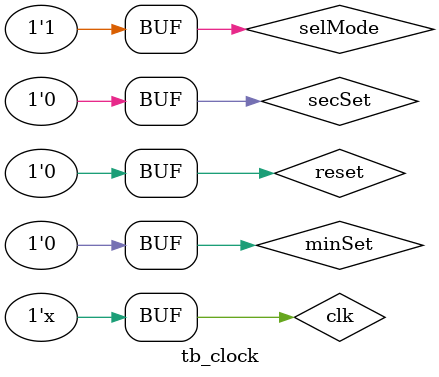
<source format=v>
`timescale 1ns / 1ps

module tb_clock ();
    reg         clk;
    reg         reset;
    reg         selMode;
    reg         minSet;
    reg         secSet;
    wire [13:0] clockData;

    prjClock dut (
        .clk      (clk),
        .reset    (reset),
        .selMode  (selMode),
        .minSet   (minSet),
        .secSet   (secSet),
        .clockData(clockData)
    );

    always #5 clk = ~clk;

    initial begin
        clk = 1'b0;
        reset = 1'b1;
        selMode = 1'b1;
        minSet = 1'b0;
        secSet = 1'b0;
    end

    initial begin
        #10 reset = 1'b0;
        #100 selMode = 1'b0;
        #100 minSet = 1'b1;
        #10 minSet = 1'b0;
        #100 secSet = 1'b1;
        #10 secSet = 1'b0;
        #10 reset = 1'b1;
        #10 reset = 1'b0;
        #200 selMode = 1'b1;
        #100 minSet = 1'b1;
        #10 minSet = 1'b0;
        #100 secSet = 1'b1;
        #10 secSet = 1'b0;
        #10 reset = 1'b1;
        #10 reset = 1'b0;
    end

endmodule

</source>
